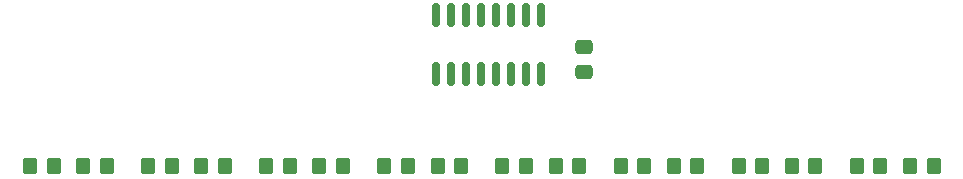
<source format=gtp>
G04 #@! TF.GenerationSoftware,KiCad,Pcbnew,7.0.1*
G04 #@! TF.CreationDate,2023-08-26T14:23:56-05:00*
G04 #@! TF.ProjectId,Shift In Breakout Board V2,53686966-7420-4496-9e20-427265616b6f,rev?*
G04 #@! TF.SameCoordinates,Original*
G04 #@! TF.FileFunction,Paste,Top*
G04 #@! TF.FilePolarity,Positive*
%FSLAX46Y46*%
G04 Gerber Fmt 4.6, Leading zero omitted, Abs format (unit mm)*
G04 Created by KiCad (PCBNEW 7.0.1) date 2023-08-26 14:23:56*
%MOMM*%
%LPD*%
G01*
G04 APERTURE LIST*
G04 Aperture macros list*
%AMRoundRect*
0 Rectangle with rounded corners*
0 $1 Rounding radius*
0 $2 $3 $4 $5 $6 $7 $8 $9 X,Y pos of 4 corners*
0 Add a 4 corners polygon primitive as box body*
4,1,4,$2,$3,$4,$5,$6,$7,$8,$9,$2,$3,0*
0 Add four circle primitives for the rounded corners*
1,1,$1+$1,$2,$3*
1,1,$1+$1,$4,$5*
1,1,$1+$1,$6,$7*
1,1,$1+$1,$8,$9*
0 Add four rect primitives between the rounded corners*
20,1,$1+$1,$2,$3,$4,$5,0*
20,1,$1+$1,$4,$5,$6,$7,0*
20,1,$1+$1,$6,$7,$8,$9,0*
20,1,$1+$1,$8,$9,$2,$3,0*%
G04 Aperture macros list end*
%ADD10RoundRect,0.150000X-0.150000X0.825000X-0.150000X-0.825000X0.150000X-0.825000X0.150000X0.825000X0*%
%ADD11RoundRect,0.250000X0.350000X0.450000X-0.350000X0.450000X-0.350000X-0.450000X0.350000X-0.450000X0*%
%ADD12RoundRect,0.250000X-0.350000X-0.450000X0.350000X-0.450000X0.350000X0.450000X-0.350000X0.450000X0*%
%ADD13RoundRect,0.250000X0.475000X-0.337500X0.475000X0.337500X-0.475000X0.337500X-0.475000X-0.337500X0*%
G04 APERTURE END LIST*
D10*
X155445000Y-85025000D03*
X154175000Y-85025000D03*
X152905000Y-85025000D03*
X151635000Y-85025000D03*
X150365000Y-85025000D03*
X149095000Y-85025000D03*
X147825000Y-85025000D03*
X146555000Y-85025000D03*
X146555000Y-89975000D03*
X147825000Y-89975000D03*
X149095000Y-89975000D03*
X150365000Y-89975000D03*
X151635000Y-89975000D03*
X152905000Y-89975000D03*
X154175000Y-89975000D03*
X155445000Y-89975000D03*
D11*
X134189949Y-97810051D03*
X132189949Y-97810051D03*
X114189949Y-97810051D03*
X112189949Y-97810051D03*
D12*
X166689949Y-97810051D03*
X168689949Y-97810051D03*
D11*
X164189949Y-97810051D03*
X162189949Y-97810051D03*
D13*
X159100000Y-89775000D03*
X159100000Y-87700000D03*
D12*
X116689949Y-97810051D03*
X118689949Y-97810051D03*
D11*
X154189949Y-97810051D03*
X152189949Y-97810051D03*
D12*
X126689949Y-97810051D03*
X128689949Y-97810051D03*
X146689949Y-97810051D03*
X148689949Y-97810051D03*
D11*
X184189949Y-97810051D03*
X182189949Y-97810051D03*
X124189949Y-97810051D03*
X122189949Y-97810051D03*
D12*
X136689949Y-97810051D03*
X138689949Y-97810051D03*
D11*
X174189949Y-97810051D03*
X172189949Y-97810051D03*
D12*
X156689949Y-97810051D03*
X158689949Y-97810051D03*
D11*
X144189949Y-97810051D03*
X142189949Y-97810051D03*
D12*
X176689949Y-97810051D03*
X178689949Y-97810051D03*
X186689949Y-97810051D03*
X188689949Y-97810051D03*
M02*

</source>
